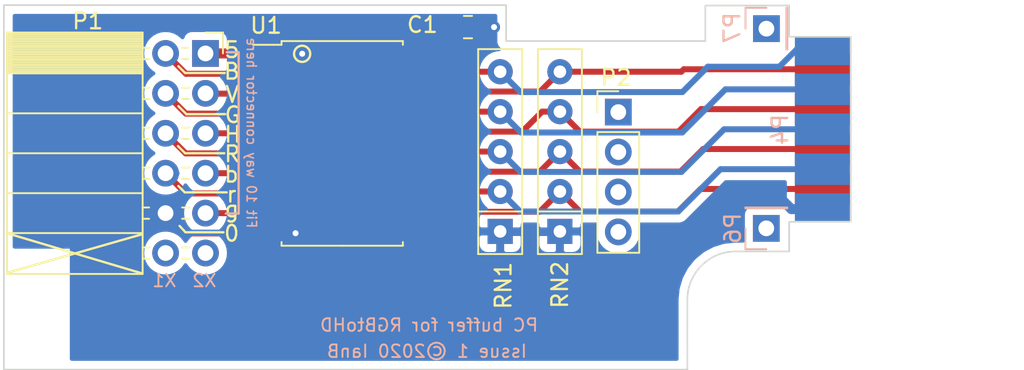
<source format=kicad_pcb>
(kicad_pcb (version 20171130) (host pcbnew "(5.1.4)-1")

  (general
    (thickness 1.6)
    (drawings 60)
    (tracks 137)
    (zones 0)
    (modules 10)
    (nets 27)
  )

  (page A4)
  (layers
    (0 F.Cu signal)
    (31 B.Cu signal)
    (34 B.Paste user hide)
    (35 F.Paste user hide)
    (36 B.SilkS user)
    (37 F.SilkS user)
    (38 B.Mask user hide)
    (39 F.Mask user hide)
    (40 Dwgs.User user hide)
    (41 Cmts.User user hide)
    (44 Edge.Cuts user)
    (45 Margin user hide)
    (46 B.CrtYd user hide)
    (47 F.CrtYd user hide)
    (48 B.Fab user hide)
    (49 F.Fab user hide)
  )

  (setup
    (last_trace_width 0.2032)
    (user_trace_width 0.2032)
    (user_trace_width 0.381)
    (user_trace_width 0.635)
    (user_trace_width 0.762)
    (user_trace_width 0.889)
    (user_trace_width 1.016)
    (user_trace_width 1.143)
    (user_trace_width 1.27)
    (trace_clearance 0.2032)
    (zone_clearance 0.508)
    (zone_45_only yes)
    (trace_min 0.2032)
    (via_size 0.6604)
    (via_drill 0.3048)
    (via_min_size 0.6604)
    (via_min_drill 0.3048)
    (uvia_size 0.6096)
    (uvia_drill 0.3048)
    (uvias_allowed no)
    (uvia_min_size 0)
    (uvia_min_drill 0)
    (edge_width 0.1)
    (segment_width 0.2)
    (pcb_text_width 0.2)
    (pcb_text_size 1.25 1.25)
    (mod_edge_width 0.15)
    (mod_text_size 1 1)
    (mod_text_width 0.15)
    (pad_size 3.5 1.75)
    (pad_drill 0)
    (pad_to_mask_clearance 0.15)
    (solder_mask_min_width 0.26)
    (aux_axis_origin 12.502 54.50096)
    (grid_origin 45.002 28.00096)
    (visible_elements 7FFFFFFF)
    (pcbplotparams
      (layerselection 0x010f0_ffffffff)
      (usegerberextensions true)
      (usegerberattributes false)
      (usegerberadvancedattributes false)
      (creategerberjobfile false)
      (excludeedgelayer true)
      (linewidth 0.100000)
      (plotframeref false)
      (viasonmask false)
      (mode 1)
      (useauxorigin false)
      (hpglpennumber 1)
      (hpglpenspeed 20)
      (hpglpendiameter 15.000000)
      (psnegative false)
      (psa4output false)
      (plotreference true)
      (plotvalue false)
      (plotinvisibletext false)
      (padsonsilk false)
      (subtractmaskfromsilk false)
      (outputformat 1)
      (mirror false)
      (drillshape 0)
      (scaleselection 1)
      (outputdirectory "manufacturing/"))
  )

  (net 0 "")
  (net 1 /GND)
  (net 2 /SYNC)
  (net 3 /BLUE)
  (net 4 /GREEN)
  (net 5 /RED)
  (net 6 /BRED)
  (net 7 /BGREEN)
  (net 8 /BBLUE)
  (net 9 /VSYNC)
  (net 10 "Net-(P6-Pad1)")
  (net 11 /VCC)
  (net 12 "Net-(P7-Pad1)")
  (net 13 /X2)
  (net 14 /X1)
  (net 15 "Net-(P2-Pad4)")
  (net 16 "Net-(P2-Pad3)")
  (net 17 "Net-(P2-Pad2)")
  (net 18 "Net-(P2-Pad1)")
  (net 19 /I_BRED)
  (net 20 /I_RED)
  (net 21 /I_GREEN)
  (net 22 /I_BLUE)
  (net 23 /I_VSYNC)
  (net 24 /I_SYNC)
  (net 25 /I_BBLUE)
  (net 26 /I_BGREEN)

  (net_class Default "This is the default net class."
    (clearance 0.2032)
    (trace_width 0.2032)
    (via_dia 0.6604)
    (via_drill 0.3048)
    (uvia_dia 0.6096)
    (uvia_drill 0.3048)
    (diff_pair_width 0.2032)
    (diff_pair_gap 0.25)
    (add_net /BBLUE)
    (add_net /BGREEN)
    (add_net /BLUE)
    (add_net /BRED)
    (add_net /GND)
    (add_net /GREEN)
    (add_net /I_BBLUE)
    (add_net /I_BGREEN)
    (add_net /I_BLUE)
    (add_net /I_BRED)
    (add_net /I_GREEN)
    (add_net /I_RED)
    (add_net /I_SYNC)
    (add_net /I_VSYNC)
    (add_net /RED)
    (add_net /SYNC)
    (add_net /VCC)
    (add_net /VSYNC)
    (add_net /X1)
    (add_net /X2)
    (add_net "Net-(P2-Pad1)")
    (add_net "Net-(P2-Pad2)")
    (add_net "Net-(P2-Pad3)")
    (add_net "Net-(P2-Pad4)")
    (add_net "Net-(P6-Pad1)")
    (add_net "Net-(P7-Pad1)")
  )

  (net_class Power ""
    (clearance 0.2032)
    (trace_width 0.381)
    (via_dia 0.762)
    (via_drill 0.381)
    (uvia_dia 0.6096)
    (uvia_drill 0.3048)
    (diff_pair_width 0.2032)
    (diff_pair_gap 0.25)
  )

  (module Connector_Harwin:Harwin_M20-89005xx_1x05_P2.54mm_Horizontal_CUSTOM_ODD (layer B.Cu) (tedit 5E710593) (tstamp 5E6AB2E8)
    (at 85.127 39.20096)
    (descr "Harwin Male Horizontal Surface Mount Single Row 2.54mm (0.1 inch) Pitch PCB Connector, M20-89005xx, 5 Pins per row (https://cdn.harwin.com/pdfs/M20-890.pdf), generated with kicad-footprint-generator")
    (tags "connector Harwin M20-890 horizontal")
    (path /5E6A8473)
    (fp_text reference P4 (at -8.215 0.02 90) (layer B.SilkS)
      (effects (font (size 1 1) (thickness 0.15)) (justify mirror))
    )
    (fp_text value Conn_01x05_CUSTOM_ODD (at -0.48 -7.55) (layer B.Fab)
      (effects (font (size 1 1) (thickness 0.15)) (justify mirror))
    )
    (fp_line (start -7.28 -6.85) (end -7.28 6.85) (layer B.CrtYd) (width 0.05))
    (fp_line (start 7.28 -6.85) (end -7.28 -6.85) (layer B.CrtYd) (width 0.05))
    (fp_line (start 7.28 6.85) (end 7.28 -6.85) (layer B.CrtYd) (width 0.05))
    (fp_line (start -7.28 6.85) (end 7.28 6.85) (layer B.CrtYd) (width 0.05))
    (fp_line (start -6.425 -4.76) (end -6.425 -5.4) (layer B.Fab) (width 0.1))
    (fp_line (start -6.425 -2.22) (end -6.425 -2.86) (layer B.Fab) (width 0.1))
    (fp_line (start -6.425 0.32) (end -6.425 -0.32) (layer B.Fab) (width 0.1))
    (fp_line (start -6.425 2.86) (end -6.425 2.22) (layer B.Fab) (width 0.1))
    (fp_line (start -6.425 5.4) (end -6.425 4.76) (layer B.Fab) (width 0.1))
    (pad 9 connect rect (at -5.525 -4.955) (size 3.5 1.75) (layers B.Cu B.Mask)
      (net 22 /I_BLUE))
    (pad 7 connect rect (at -5.525 -2.54) (size 3.5 2) (layers B.Cu B.Mask)
      (net 21 /I_GREEN))
    (pad 5 connect rect (at -5.525 0) (size 3.5 2) (layers B.Cu B.Mask)
      (net 20 /I_RED))
    (pad 3 connect rect (at -5.525 2.54) (size 3.5 2) (layers B.Cu B.Mask)
      (net 19 /I_BRED))
    (pad 1 connect rect (at -5.525 4.955) (size 3.5 1.75) (layers B.Cu B.Mask)
      (net 1 /GND))
    (model ${KISYS3DMOD}/Connector_Harwin.3dshapes/Harwin_M20-89005xx_1x05_P2.54mm_Horizontal.wrl
      (at (xyz 0 0 0))
      (scale (xyz 1 1 1))
      (rotate (xyz 0 0 0))
    )
  )

  (module Resistor_THT:R_Array_SIP5 (layer F.Cu) (tedit 5A14249F) (tstamp 5E6AFCF6)
    (at 59.102 45.70096 90)
    (descr "5-pin Resistor SIP pack")
    (tags R)
    (path /5E6D7B29)
    (fp_text reference RN1 (at -3.45 0.2 90) (layer F.SilkS)
      (effects (font (size 1 1) (thickness 0.15)))
    )
    (fp_text value 470R (at 6.35 2.4 90) (layer F.Fab)
      (effects (font (size 1 1) (thickness 0.15)))
    )
    (fp_text user %R (at 5.08 0 90) (layer F.Fab)
      (effects (font (size 1 1) (thickness 0.15)))
    )
    (fp_line (start -1.29 -1.25) (end -1.29 1.25) (layer F.Fab) (width 0.1))
    (fp_line (start -1.29 1.25) (end 11.45 1.25) (layer F.Fab) (width 0.1))
    (fp_line (start 11.45 1.25) (end 11.45 -1.25) (layer F.Fab) (width 0.1))
    (fp_line (start 11.45 -1.25) (end -1.29 -1.25) (layer F.Fab) (width 0.1))
    (fp_line (start 1.27 -1.25) (end 1.27 1.25) (layer F.Fab) (width 0.1))
    (fp_line (start -1.44 -1.4) (end -1.44 1.4) (layer F.SilkS) (width 0.12))
    (fp_line (start -1.44 1.4) (end 11.6 1.4) (layer F.SilkS) (width 0.12))
    (fp_line (start 11.6 1.4) (end 11.6 -1.4) (layer F.SilkS) (width 0.12))
    (fp_line (start 11.6 -1.4) (end -1.44 -1.4) (layer F.SilkS) (width 0.12))
    (fp_line (start 1.27 -1.4) (end 1.27 1.4) (layer F.SilkS) (width 0.12))
    (fp_line (start -1.7 -1.65) (end -1.7 1.65) (layer F.CrtYd) (width 0.05))
    (fp_line (start -1.7 1.65) (end 11.9 1.65) (layer F.CrtYd) (width 0.05))
    (fp_line (start 11.9 1.65) (end 11.9 -1.65) (layer F.CrtYd) (width 0.05))
    (fp_line (start 11.9 -1.65) (end -1.7 -1.65) (layer F.CrtYd) (width 0.05))
    (pad 1 thru_hole rect (at 0 0 90) (size 1.6 1.6) (drill 0.8) (layers *.Cu *.Mask)
      (net 1 /GND))
    (pad 2 thru_hole oval (at 2.54 0 90) (size 1.6 1.6) (drill 0.8) (layers *.Cu *.Mask)
      (net 19 /I_BRED))
    (pad 3 thru_hole oval (at 5.08 0 90) (size 1.6 1.6) (drill 0.8) (layers *.Cu *.Mask)
      (net 20 /I_RED))
    (pad 4 thru_hole oval (at 7.62 0 90) (size 1.6 1.6) (drill 0.8) (layers *.Cu *.Mask)
      (net 21 /I_GREEN))
    (pad 5 thru_hole oval (at 10.16 0 90) (size 1.6 1.6) (drill 0.8) (layers *.Cu *.Mask)
      (net 22 /I_BLUE))
    (model ${KISYS3DMOD}/Resistor_THT.3dshapes/R_Array_SIP5.wrl
      (at (xyz 0 0 0))
      (scale (xyz 1 1 1))
      (rotate (xyz 0 0 0))
    )
  )

  (module Connector_PinHeader_2.54mm:PinHeader_1x04_P2.54mm_Vertical locked (layer F.Cu) (tedit 59FED5CC) (tstamp 5DCC4DD0)
    (at 66.6174 38.11016)
    (descr "Through hole straight pin header, 1x04, 2.54mm pitch, single row")
    (tags "Through hole pin header THT 1x04 2.54mm single row")
    (path /5DCFA861)
    (fp_text reference P2 (at -0.14478 -2.1971) (layer F.SilkS)
      (effects (font (size 1 1) (thickness 0.15)))
    )
    (fp_text value Conn_01x04 (at 0 9.95) (layer F.Fab)
      (effects (font (size 1 1) (thickness 0.15)))
    )
    (fp_text user %R (at 0 3.81 90) (layer F.Fab)
      (effects (font (size 1 1) (thickness 0.15)))
    )
    (fp_line (start 1.8 -1.8) (end -1.8 -1.8) (layer F.CrtYd) (width 0.05))
    (fp_line (start 1.8 9.4) (end 1.8 -1.8) (layer F.CrtYd) (width 0.05))
    (fp_line (start -1.8 9.4) (end 1.8 9.4) (layer F.CrtYd) (width 0.05))
    (fp_line (start -1.8 -1.8) (end -1.8 9.4) (layer F.CrtYd) (width 0.05))
    (fp_line (start -1.33 -1.33) (end 0 -1.33) (layer F.SilkS) (width 0.12))
    (fp_line (start -1.33 0) (end -1.33 -1.33) (layer F.SilkS) (width 0.12))
    (fp_line (start -1.33 1.27) (end 1.33 1.27) (layer F.SilkS) (width 0.12))
    (fp_line (start 1.33 1.27) (end 1.33 8.95) (layer F.SilkS) (width 0.12))
    (fp_line (start -1.33 1.27) (end -1.33 8.95) (layer F.SilkS) (width 0.12))
    (fp_line (start -1.33 8.95) (end 1.33 8.95) (layer F.SilkS) (width 0.12))
    (fp_line (start -1.27 -0.635) (end -0.635 -1.27) (layer F.Fab) (width 0.1))
    (fp_line (start -1.27 8.89) (end -1.27 -0.635) (layer F.Fab) (width 0.1))
    (fp_line (start 1.27 8.89) (end -1.27 8.89) (layer F.Fab) (width 0.1))
    (fp_line (start 1.27 -1.27) (end 1.27 8.89) (layer F.Fab) (width 0.1))
    (fp_line (start -0.635 -1.27) (end 1.27 -1.27) (layer F.Fab) (width 0.1))
    (pad 4 thru_hole oval (at 0 7.62) (size 1.7 1.7) (drill 1) (layers *.Cu *.Mask)
      (net 15 "Net-(P2-Pad4)"))
    (pad 3 thru_hole oval (at 0 5.08) (size 1.7 1.7) (drill 1) (layers *.Cu *.Mask)
      (net 16 "Net-(P2-Pad3)"))
    (pad 2 thru_hole oval (at 0 2.54) (size 1.7 1.7) (drill 1) (layers *.Cu *.Mask)
      (net 17 "Net-(P2-Pad2)"))
    (pad 1 thru_hole rect (at 0 0) (size 1.7 1.7) (drill 1) (layers *.Cu *.Mask)
      (net 18 "Net-(P2-Pad1)"))
    (model ${KISYS3DMOD}/Connector_PinHeader_2.54mm.3dshapes/PinHeader_1x04_P2.54mm_Vertical.wrl
      (at (xyz 0 0 0))
      (scale (xyz 1 1 1))
      (rotate (xyz 0 0 0))
    )
  )

  (module Connector_PinHeader_2.54mm:PinHeader_1x01_P2.54mm_Vertical (layer B.Cu) (tedit 59FED5CC) (tstamp 5DCB85A9)
    (at 76.03318 45.5041)
    (descr "Through hole straight pin header, 1x01, 2.54mm pitch, single row")
    (tags "Through hole pin header THT 1x01 2.54mm single row")
    (path /5DD07D72)
    (fp_text reference P6 (at -2.1336 0 90) (layer B.SilkS)
      (effects (font (size 1 1) (thickness 0.15)) (justify mirror))
    )
    (fp_text value Conn_01x01 (at 0 -2.33) (layer B.Fab)
      (effects (font (size 1 1) (thickness 0.15)) (justify mirror))
    )
    (fp_line (start -0.635 1.27) (end 1.27 1.27) (layer B.Fab) (width 0.1))
    (fp_line (start 1.27 1.27) (end 1.27 -1.27) (layer B.Fab) (width 0.1))
    (fp_line (start 1.27 -1.27) (end -1.27 -1.27) (layer B.Fab) (width 0.1))
    (fp_line (start -1.27 -1.27) (end -1.27 0.635) (layer B.Fab) (width 0.1))
    (fp_line (start -1.27 0.635) (end -0.635 1.27) (layer B.Fab) (width 0.1))
    (fp_line (start -1.33 -1.33) (end 1.33 -1.33) (layer B.SilkS) (width 0.12))
    (fp_line (start -1.33 -1.27) (end -1.33 -1.33) (layer B.SilkS) (width 0.12))
    (fp_line (start 1.33 -1.27) (end 1.33 -1.33) (layer B.SilkS) (width 0.12))
    (fp_line (start -1.33 -1.27) (end 1.33 -1.27) (layer B.SilkS) (width 0.12))
    (fp_line (start -1.33 0) (end -1.33 1.33) (layer B.SilkS) (width 0.12))
    (fp_line (start -1.33 1.33) (end 0 1.33) (layer B.SilkS) (width 0.12))
    (fp_line (start -1.8 1.8) (end -1.8 -1.8) (layer B.CrtYd) (width 0.05))
    (fp_line (start -1.8 -1.8) (end 1.8 -1.8) (layer B.CrtYd) (width 0.05))
    (fp_line (start 1.8 -1.8) (end 1.8 1.8) (layer B.CrtYd) (width 0.05))
    (fp_line (start 1.8 1.8) (end -1.8 1.8) (layer B.CrtYd) (width 0.05))
    (fp_text user %R (at 0 0 270) (layer B.Fab)
      (effects (font (size 1 1) (thickness 0.15)) (justify mirror))
    )
    (pad 1 thru_hole rect (at 0 0) (size 1.7 1.7) (drill 1) (layers *.Cu *.Mask)
      (net 10 "Net-(P6-Pad1)"))
    (model ${KISYS3DMOD}/Connector_PinHeader_2.54mm.3dshapes/PinHeader_1x01_P2.54mm_Vertical.wrl
      (at (xyz 0 0 0))
      (scale (xyz 1 1 1))
      (rotate (xyz 0 0 0))
    )
  )

  (module Connector_PinSocket_2.54mm:PinSocket_2x06_P2.54mm_Horizontal locked (layer F.Cu) (tedit 5A19A42C) (tstamp 5E4F1D96)
    (at 40.3538 34.37636)
    (descr "Through hole angled socket strip, 2x06, 2.54mm pitch, 8.51mm socket length, double cols (from Kicad 4.0.7), script generated")
    (tags "Through hole angled socket strip THT 2x06 2.54mm double row")
    (path /5E50C60D)
    (zone_connect 2)
    (fp_text reference P1 (at -7.493 -2.0574) (layer F.SilkS)
      (effects (font (size 1 1) (thickness 0.15)))
    )
    (fp_text value Conn_02x06_Odd_Even (at -5.65 15.47) (layer F.Fab)
      (effects (font (size 1 1) (thickness 0.15)))
    )
    (fp_line (start -12.57 -1.27) (end -5.03 -1.27) (layer F.Fab) (width 0.1))
    (fp_line (start -5.03 -1.27) (end -4.06 -0.3) (layer F.Fab) (width 0.1))
    (fp_line (start -4.06 -0.3) (end -4.06 13.97) (layer F.Fab) (width 0.1))
    (fp_line (start -4.06 13.97) (end -12.57 13.97) (layer F.Fab) (width 0.1))
    (fp_line (start -12.57 13.97) (end -12.57 -1.27) (layer F.Fab) (width 0.1))
    (fp_line (start 0 -0.3) (end -4.06 -0.3) (layer F.Fab) (width 0.1))
    (fp_line (start -4.06 0.3) (end 0 0.3) (layer F.Fab) (width 0.1))
    (fp_line (start 0 0.3) (end 0 -0.3) (layer F.Fab) (width 0.1))
    (fp_line (start 0 2.24) (end -4.06 2.24) (layer F.Fab) (width 0.1))
    (fp_line (start -4.06 2.84) (end 0 2.84) (layer F.Fab) (width 0.1))
    (fp_line (start 0 2.84) (end 0 2.24) (layer F.Fab) (width 0.1))
    (fp_line (start 0 4.78) (end -4.06 4.78) (layer F.Fab) (width 0.1))
    (fp_line (start -4.06 5.38) (end 0 5.38) (layer F.Fab) (width 0.1))
    (fp_line (start 0 5.38) (end 0 4.78) (layer F.Fab) (width 0.1))
    (fp_line (start 0 7.32) (end -4.06 7.32) (layer F.Fab) (width 0.1))
    (fp_line (start -4.06 7.92) (end 0 7.92) (layer F.Fab) (width 0.1))
    (fp_line (start 0 7.92) (end 0 7.32) (layer F.Fab) (width 0.1))
    (fp_line (start 0 9.86) (end -4.06 9.86) (layer F.Fab) (width 0.1))
    (fp_line (start -4.06 10.46) (end 0 10.46) (layer F.Fab) (width 0.1))
    (fp_line (start 0 10.46) (end 0 9.86) (layer F.Fab) (width 0.1))
    (fp_line (start 0 12.4) (end -4.06 12.4) (layer F.Fab) (width 0.1))
    (fp_line (start -4.06 13) (end 0 13) (layer F.Fab) (width 0.1))
    (fp_line (start 0 13) (end 0 12.4) (layer F.Fab) (width 0.1))
    (fp_line (start -12.63 -1.21) (end -4 -1.21) (layer F.SilkS) (width 0.12))
    (fp_line (start -12.63 -1.091905) (end -4 -1.091905) (layer F.SilkS) (width 0.12))
    (fp_line (start -12.63 -0.97381) (end -4 -0.97381) (layer F.SilkS) (width 0.12))
    (fp_line (start -12.63 -0.855715) (end -4 -0.855715) (layer F.SilkS) (width 0.12))
    (fp_line (start -12.63 -0.73762) (end -4 -0.73762) (layer F.SilkS) (width 0.12))
    (fp_line (start -12.63 -0.619525) (end -4 -0.619525) (layer F.SilkS) (width 0.12))
    (fp_line (start -12.63 -0.50143) (end -4 -0.50143) (layer F.SilkS) (width 0.12))
    (fp_line (start -12.63 -0.383335) (end -4 -0.383335) (layer F.SilkS) (width 0.12))
    (fp_line (start -12.63 -0.26524) (end -4 -0.26524) (layer F.SilkS) (width 0.12))
    (fp_line (start -12.63 -0.147145) (end -4 -0.147145) (layer F.SilkS) (width 0.12))
    (fp_line (start -12.63 -0.02905) (end -4 -0.02905) (layer F.SilkS) (width 0.12))
    (fp_line (start -12.63 0.089045) (end -4 0.089045) (layer F.SilkS) (width 0.12))
    (fp_line (start -12.63 0.20714) (end -4 0.20714) (layer F.SilkS) (width 0.12))
    (fp_line (start -12.63 0.325235) (end -4 0.325235) (layer F.SilkS) (width 0.12))
    (fp_line (start -12.63 0.44333) (end -4 0.44333) (layer F.SilkS) (width 0.12))
    (fp_line (start -12.63 0.561425) (end -4 0.561425) (layer F.SilkS) (width 0.12))
    (fp_line (start -12.63 0.67952) (end -4 0.67952) (layer F.SilkS) (width 0.12))
    (fp_line (start -12.63 0.797615) (end -4 0.797615) (layer F.SilkS) (width 0.12))
    (fp_line (start -12.63 0.91571) (end -4 0.91571) (layer F.SilkS) (width 0.12))
    (fp_line (start -12.63 1.033805) (end -4 1.033805) (layer F.SilkS) (width 0.12))
    (fp_line (start -12.63 1.1519) (end -4 1.1519) (layer F.SilkS) (width 0.12))
    (fp_line (start -4 -0.36) (end -3.59 -0.36) (layer F.SilkS) (width 0.12))
    (fp_line (start -1.49 -0.36) (end -1.11 -0.36) (layer F.SilkS) (width 0.12))
    (fp_line (start -4 0.36) (end -3.59 0.36) (layer F.SilkS) (width 0.12))
    (fp_line (start -1.49 0.36) (end -1.11 0.36) (layer F.SilkS) (width 0.12))
    (fp_line (start -4 2.18) (end -3.59 2.18) (layer F.SilkS) (width 0.12))
    (fp_line (start -1.49 2.18) (end -1.05 2.18) (layer F.SilkS) (width 0.12))
    (fp_line (start -4 2.9) (end -3.59 2.9) (layer F.SilkS) (width 0.12))
    (fp_line (start -1.49 2.9) (end -1.05 2.9) (layer F.SilkS) (width 0.12))
    (fp_line (start -4 4.72) (end -3.59 4.72) (layer F.SilkS) (width 0.12))
    (fp_line (start -1.49 4.72) (end -1.05 4.72) (layer F.SilkS) (width 0.12))
    (fp_line (start -4 5.44) (end -3.59 5.44) (layer F.SilkS) (width 0.12))
    (fp_line (start -1.49 5.44) (end -1.05 5.44) (layer F.SilkS) (width 0.12))
    (fp_line (start -4 7.26) (end -3.59 7.26) (layer F.SilkS) (width 0.12))
    (fp_line (start -1.49 7.26) (end -1.05 7.26) (layer F.SilkS) (width 0.12))
    (fp_line (start -4 7.98) (end -3.59 7.98) (layer F.SilkS) (width 0.12))
    (fp_line (start -1.49 7.98) (end -1.05 7.98) (layer F.SilkS) (width 0.12))
    (fp_line (start -4 9.8) (end -3.59 9.8) (layer F.SilkS) (width 0.12))
    (fp_line (start -1.49 9.8) (end -1.05 9.8) (layer F.SilkS) (width 0.12))
    (fp_line (start -4 10.52) (end -3.59 10.52) (layer F.SilkS) (width 0.12))
    (fp_line (start -1.49 10.52) (end -1.05 10.52) (layer F.SilkS) (width 0.12))
    (fp_line (start -4 12.34) (end -3.59 12.34) (layer F.SilkS) (width 0.12))
    (fp_line (start -1.49 12.34) (end -1.05 12.34) (layer F.SilkS) (width 0.12))
    (fp_line (start -4 13.06) (end -3.59 13.06) (layer F.SilkS) (width 0.12))
    (fp_line (start -1.49 13.06) (end -1.05 13.06) (layer F.SilkS) (width 0.12))
    (fp_line (start -12.63 1.27) (end -4 1.27) (layer F.SilkS) (width 0.12))
    (fp_line (start -12.63 3.81) (end -4 3.81) (layer F.SilkS) (width 0.12))
    (fp_line (start -12.63 6.35) (end -4 6.35) (layer F.SilkS) (width 0.12))
    (fp_line (start -12.63 8.89) (end -4 8.89) (layer F.SilkS) (width 0.12))
    (fp_line (start -12.63 11.43) (end -4 11.43) (layer F.SilkS) (width 0.12))
    (fp_line (start -12.63 -1.33) (end -4 -1.33) (layer F.SilkS) (width 0.12))
    (fp_line (start -4 -1.33) (end -4 14.03) (layer F.SilkS) (width 0.12))
    (fp_line (start -12.63 14.03) (end -4 14.03) (layer F.SilkS) (width 0.12))
    (fp_line (start -12.63 -1.33) (end -12.63 14.03) (layer F.SilkS) (width 0.12))
    (fp_line (start 1.11 -1.33) (end 1.11 0) (layer F.SilkS) (width 0.12))
    (fp_line (start 0 -1.33) (end 1.11 -1.33) (layer F.SilkS) (width 0.12))
    (fp_line (start 1.8 -1.8) (end -13.05 -1.8) (layer F.CrtYd) (width 0.05))
    (fp_line (start -13.05 -1.8) (end -13.05 14.45) (layer F.CrtYd) (width 0.05))
    (fp_line (start -13.05 14.45) (end 1.8 14.45) (layer F.CrtYd) (width 0.05))
    (fp_line (start 1.8 14.45) (end 1.8 -1.8) (layer F.CrtYd) (width 0.05))
    (fp_text user %R (at -8.315 6.35 90) (layer F.Fab)
      (effects (font (size 1 1) (thickness 0.15)))
    )
    (pad 1 thru_hole rect (at 0 0) (size 1.7 1.7) (drill 1) (layers *.Cu *.Mask)
      (net 11 /VCC) (zone_connect 2))
    (pad 2 thru_hole oval (at -2.54 0) (size 1.7 1.7) (drill 1) (layers *.Cu *.Mask)
      (net 3 /BLUE) (zone_connect 2))
    (pad 3 thru_hole oval (at 0 2.54) (size 1.7 1.7) (drill 1) (layers *.Cu *.Mask)
      (net 9 /VSYNC) (zone_connect 2))
    (pad 4 thru_hole oval (at -2.54 2.54) (size 1.7 1.7) (drill 1) (layers *.Cu *.Mask)
      (net 4 /GREEN) (zone_connect 2))
    (pad 5 thru_hole oval (at 0 5.08) (size 1.7 1.7) (drill 1) (layers *.Cu *.Mask)
      (net 2 /SYNC) (zone_connect 2))
    (pad 6 thru_hole oval (at -2.54 5.08) (size 1.7 1.7) (drill 1) (layers *.Cu *.Mask)
      (net 5 /RED) (zone_connect 2))
    (pad 7 thru_hole oval (at 0 7.62) (size 1.7 1.7) (drill 1) (layers *.Cu *.Mask)
      (net 8 /BBLUE) (zone_connect 2))
    (pad 8 thru_hole oval (at -2.54 7.62) (size 1.7 1.7) (drill 1) (layers *.Cu *.Mask)
      (net 6 /BRED) (zone_connect 2))
    (pad 9 thru_hole oval (at 0 10.16) (size 1.7 1.7) (drill 1) (layers *.Cu *.Mask)
      (net 7 /BGREEN) (zone_connect 2))
    (pad 10 thru_hole oval (at -2.54 10.16) (size 1.7 1.7) (drill 1) (layers *.Cu *.Mask)
      (net 1 /GND) (zone_connect 2))
    (pad 11 thru_hole oval (at 0 12.7) (size 1.7 1.7) (drill 1) (layers *.Cu *.Mask)
      (net 13 /X2) (zone_connect 2))
    (pad 12 thru_hole oval (at -2.54 12.7) (size 1.7 1.7) (drill 1) (layers *.Cu *.Mask)
      (net 14 /X1) (zone_connect 2))
    (model ${KISYS3DMOD}/Connector_PinSocket_2.54mm.3dshapes/PinSocket_2x06_P2.54mm_Horizontal.wrl
      (at (xyz 0 0 0))
      (scale (xyz 1 1 1))
      (rotate (xyz 0 0 0))
    )
  )

  (module Connector_PinHeader_2.54mm:PinHeader_1x01_P2.54mm_Vertical (layer B.Cu) (tedit 59FED5CC) (tstamp 5E575828)
    (at 76.0408 32.80156 270)
    (descr "Through hole straight pin header, 1x01, 2.54mm pitch, single row")
    (tags "Through hole pin header THT 1x01 2.54mm single row")
    (path /5E6322BC)
    (fp_text reference P7 (at -0.0508 2.1844 270) (layer B.SilkS)
      (effects (font (size 1 1) (thickness 0.15)) (justify mirror))
    )
    (fp_text value Conn_01x01 (at 0 -2.33 90) (layer B.Fab)
      (effects (font (size 1 1) (thickness 0.15)) (justify mirror))
    )
    (fp_line (start -0.635 1.27) (end 1.27 1.27) (layer B.Fab) (width 0.1))
    (fp_line (start 1.27 1.27) (end 1.27 -1.27) (layer B.Fab) (width 0.1))
    (fp_line (start 1.27 -1.27) (end -1.27 -1.27) (layer B.Fab) (width 0.1))
    (fp_line (start -1.27 -1.27) (end -1.27 0.635) (layer B.Fab) (width 0.1))
    (fp_line (start -1.27 0.635) (end -0.635 1.27) (layer B.Fab) (width 0.1))
    (fp_line (start -1.33 -1.33) (end 1.33 -1.33) (layer B.SilkS) (width 0.12))
    (fp_line (start -1.33 -1.27) (end -1.33 -1.33) (layer B.SilkS) (width 0.12))
    (fp_line (start 1.33 -1.27) (end 1.33 -1.33) (layer B.SilkS) (width 0.12))
    (fp_line (start -1.33 -1.27) (end 1.33 -1.27) (layer B.SilkS) (width 0.12))
    (fp_line (start -1.33 0) (end -1.33 1.33) (layer B.SilkS) (width 0.12))
    (fp_line (start -1.33 1.33) (end 0 1.33) (layer B.SilkS) (width 0.12))
    (fp_line (start -1.8 1.8) (end -1.8 -1.8) (layer B.CrtYd) (width 0.05))
    (fp_line (start -1.8 -1.8) (end 1.8 -1.8) (layer B.CrtYd) (width 0.05))
    (fp_line (start 1.8 -1.8) (end 1.8 1.8) (layer B.CrtYd) (width 0.05))
    (fp_line (start 1.8 1.8) (end -1.8 1.8) (layer B.CrtYd) (width 0.05))
    (fp_text user %R (at 0 0 180) (layer B.Fab)
      (effects (font (size 1 1) (thickness 0.15)) (justify mirror))
    )
    (pad 1 thru_hole rect (at 0 0 270) (size 1.7 1.7) (drill 1) (layers *.Cu *.Mask)
      (net 12 "Net-(P7-Pad1)"))
    (model ${KISYS3DMOD}/Connector_PinHeader_2.54mm.3dshapes/PinHeader_1x01_P2.54mm_Vertical.wrl
      (at (xyz 0 0 0))
      (scale (xyz 1 1 1))
      (rotate (xyz 0 0 0))
    )
  )

  (module Package_SO:SOIC-20W_7.5x12.8mm_P1.27mm (layer F.Cu) (tedit 5C97300E) (tstamp 5E6AF2DD)
    (at 49.052 40.10096)
    (descr "SOIC, 20 Pin (JEDEC MS-013AC, https://www.analog.com/media/en/package-pcb-resources/package/233848rw_20.pdf), generated with kicad-footprint-generator ipc_gullwing_generator.py")
    (tags "SOIC SO")
    (path /5E6CBF98)
    (attr smd)
    (fp_text reference U1 (at -4.85 -7.5) (layer F.SilkS)
      (effects (font (size 1 1) (thickness 0.15)))
    )
    (fp_text value 74LS245 (at 0 7.35) (layer F.Fab)
      (effects (font (size 1 1) (thickness 0.15)))
    )
    (fp_line (start 0 6.51) (end 3.86 6.51) (layer F.SilkS) (width 0.12))
    (fp_line (start 3.86 6.51) (end 3.86 6.275) (layer F.SilkS) (width 0.12))
    (fp_line (start 0 6.51) (end -3.86 6.51) (layer F.SilkS) (width 0.12))
    (fp_line (start -3.86 6.51) (end -3.86 6.275) (layer F.SilkS) (width 0.12))
    (fp_line (start 0 -6.51) (end 3.86 -6.51) (layer F.SilkS) (width 0.12))
    (fp_line (start 3.86 -6.51) (end 3.86 -6.275) (layer F.SilkS) (width 0.12))
    (fp_line (start 0 -6.51) (end -3.86 -6.51) (layer F.SilkS) (width 0.12))
    (fp_line (start -3.86 -6.51) (end -3.86 -6.275) (layer F.SilkS) (width 0.12))
    (fp_line (start -3.86 -6.275) (end -5.675 -6.275) (layer F.SilkS) (width 0.12))
    (fp_line (start -2.75 -6.4) (end 3.75 -6.4) (layer F.Fab) (width 0.1))
    (fp_line (start 3.75 -6.4) (end 3.75 6.4) (layer F.Fab) (width 0.1))
    (fp_line (start 3.75 6.4) (end -3.75 6.4) (layer F.Fab) (width 0.1))
    (fp_line (start -3.75 6.4) (end -3.75 -5.4) (layer F.Fab) (width 0.1))
    (fp_line (start -3.75 -5.4) (end -2.75 -6.4) (layer F.Fab) (width 0.1))
    (fp_line (start -5.93 -6.65) (end -5.93 6.65) (layer F.CrtYd) (width 0.05))
    (fp_line (start -5.93 6.65) (end 5.93 6.65) (layer F.CrtYd) (width 0.05))
    (fp_line (start 5.93 6.65) (end 5.93 -6.65) (layer F.CrtYd) (width 0.05))
    (fp_line (start 5.93 -6.65) (end -5.93 -6.65) (layer F.CrtYd) (width 0.05))
    (fp_text user %R (at 0 0) (layer F.Fab)
      (effects (font (size 1 1) (thickness 0.15)))
    )
    (pad 1 smd roundrect (at -4.65 -5.715) (size 2.05 0.6) (layers F.Cu F.Paste F.Mask) (roundrect_rratio 0.25)
      (net 1 /GND))
    (pad 2 smd roundrect (at -4.65 -4.445) (size 2.05 0.6) (layers F.Cu F.Paste F.Mask) (roundrect_rratio 0.25)
      (net 3 /BLUE))
    (pad 3 smd roundrect (at -4.65 -3.175) (size 2.05 0.6) (layers F.Cu F.Paste F.Mask) (roundrect_rratio 0.25)
      (net 9 /VSYNC))
    (pad 4 smd roundrect (at -4.65 -1.905) (size 2.05 0.6) (layers F.Cu F.Paste F.Mask) (roundrect_rratio 0.25)
      (net 4 /GREEN))
    (pad 5 smd roundrect (at -4.65 -0.635) (size 2.05 0.6) (layers F.Cu F.Paste F.Mask) (roundrect_rratio 0.25)
      (net 2 /SYNC))
    (pad 6 smd roundrect (at -4.65 0.635) (size 2.05 0.6) (layers F.Cu F.Paste F.Mask) (roundrect_rratio 0.25)
      (net 5 /RED))
    (pad 7 smd roundrect (at -4.65 1.905) (size 2.05 0.6) (layers F.Cu F.Paste F.Mask) (roundrect_rratio 0.25)
      (net 8 /BBLUE))
    (pad 8 smd roundrect (at -4.65 3.175) (size 2.05 0.6) (layers F.Cu F.Paste F.Mask) (roundrect_rratio 0.25)
      (net 6 /BRED))
    (pad 9 smd roundrect (at -4.65 4.445) (size 2.05 0.6) (layers F.Cu F.Paste F.Mask) (roundrect_rratio 0.25)
      (net 7 /BGREEN))
    (pad 10 smd roundrect (at -4.65 5.715) (size 2.05 0.6) (layers F.Cu F.Paste F.Mask) (roundrect_rratio 0.25)
      (net 1 /GND))
    (pad 11 smd roundrect (at 4.65 5.715) (size 2.05 0.6) (layers F.Cu F.Paste F.Mask) (roundrect_rratio 0.25)
      (net 26 /I_BGREEN))
    (pad 12 smd roundrect (at 4.65 4.445) (size 2.05 0.6) (layers F.Cu F.Paste F.Mask) (roundrect_rratio 0.25)
      (net 19 /I_BRED))
    (pad 13 smd roundrect (at 4.65 3.175) (size 2.05 0.6) (layers F.Cu F.Paste F.Mask) (roundrect_rratio 0.25)
      (net 25 /I_BBLUE))
    (pad 14 smd roundrect (at 4.65 1.905) (size 2.05 0.6) (layers F.Cu F.Paste F.Mask) (roundrect_rratio 0.25)
      (net 20 /I_RED))
    (pad 15 smd roundrect (at 4.65 0.635) (size 2.05 0.6) (layers F.Cu F.Paste F.Mask) (roundrect_rratio 0.25)
      (net 24 /I_SYNC))
    (pad 16 smd roundrect (at 4.65 -0.635) (size 2.05 0.6) (layers F.Cu F.Paste F.Mask) (roundrect_rratio 0.25)
      (net 21 /I_GREEN))
    (pad 17 smd roundrect (at 4.65 -1.905) (size 2.05 0.6) (layers F.Cu F.Paste F.Mask) (roundrect_rratio 0.25)
      (net 23 /I_VSYNC))
    (pad 18 smd roundrect (at 4.65 -3.175) (size 2.05 0.6) (layers F.Cu F.Paste F.Mask) (roundrect_rratio 0.25)
      (net 22 /I_BLUE))
    (pad 19 smd roundrect (at 4.65 -4.445) (size 2.05 0.6) (layers F.Cu F.Paste F.Mask) (roundrect_rratio 0.25)
      (net 1 /GND))
    (pad 20 smd roundrect (at 4.65 -5.715) (size 2.05 0.6) (layers F.Cu F.Paste F.Mask) (roundrect_rratio 0.25)
      (net 11 /VCC))
    (model ${KISYS3DMOD}/Package_SO.3dshapes/SOIC-20W_7.5x12.8mm_P1.27mm.wrl
      (at (xyz 0 0 0))
      (scale (xyz 1 1 1))
      (rotate (xyz 0 0 0))
    )
  )

  (module Resistor_THT:R_Array_SIP5 (layer F.Cu) (tedit 5A14249F) (tstamp 5E6AFD0E)
    (at 62.902 45.70096 90)
    (descr "5-pin Resistor SIP pack")
    (tags R)
    (path /5E6DADBC)
    (fp_text reference RN2 (at -3.4 0 90) (layer F.SilkS)
      (effects (font (size 1 1) (thickness 0.15)))
    )
    (fp_text value 470R (at 6.35 2.4 90) (layer F.Fab)
      (effects (font (size 1 1) (thickness 0.15)))
    )
    (fp_line (start 11.9 -1.65) (end -1.7 -1.65) (layer F.CrtYd) (width 0.05))
    (fp_line (start 11.9 1.65) (end 11.9 -1.65) (layer F.CrtYd) (width 0.05))
    (fp_line (start -1.7 1.65) (end 11.9 1.65) (layer F.CrtYd) (width 0.05))
    (fp_line (start -1.7 -1.65) (end -1.7 1.65) (layer F.CrtYd) (width 0.05))
    (fp_line (start 1.27 -1.4) (end 1.27 1.4) (layer F.SilkS) (width 0.12))
    (fp_line (start 11.6 -1.4) (end -1.44 -1.4) (layer F.SilkS) (width 0.12))
    (fp_line (start 11.6 1.4) (end 11.6 -1.4) (layer F.SilkS) (width 0.12))
    (fp_line (start -1.44 1.4) (end 11.6 1.4) (layer F.SilkS) (width 0.12))
    (fp_line (start -1.44 -1.4) (end -1.44 1.4) (layer F.SilkS) (width 0.12))
    (fp_line (start 1.27 -1.25) (end 1.27 1.25) (layer F.Fab) (width 0.1))
    (fp_line (start 11.45 -1.25) (end -1.29 -1.25) (layer F.Fab) (width 0.1))
    (fp_line (start 11.45 1.25) (end 11.45 -1.25) (layer F.Fab) (width 0.1))
    (fp_line (start -1.29 1.25) (end 11.45 1.25) (layer F.Fab) (width 0.1))
    (fp_line (start -1.29 -1.25) (end -1.29 1.25) (layer F.Fab) (width 0.1))
    (fp_text user %R (at 5.08 0 90) (layer F.Fab)
      (effects (font (size 1 1) (thickness 0.15)))
    )
    (pad 5 thru_hole oval (at 10.16 0 90) (size 1.6 1.6) (drill 0.8) (layers *.Cu *.Mask)
      (net 23 /I_VSYNC))
    (pad 4 thru_hole oval (at 7.62 0 90) (size 1.6 1.6) (drill 0.8) (layers *.Cu *.Mask)
      (net 24 /I_SYNC))
    (pad 3 thru_hole oval (at 5.08 0 90) (size 1.6 1.6) (drill 0.8) (layers *.Cu *.Mask)
      (net 25 /I_BBLUE))
    (pad 2 thru_hole oval (at 2.54 0 90) (size 1.6 1.6) (drill 0.8) (layers *.Cu *.Mask)
      (net 26 /I_BGREEN))
    (pad 1 thru_hole rect (at 0 0 90) (size 1.6 1.6) (drill 0.8) (layers *.Cu *.Mask)
      (net 1 /GND))
    (model ${KISYS3DMOD}/Resistor_THT.3dshapes/R_Array_SIP5.wrl
      (at (xyz 0 0 0))
      (scale (xyz 1 1 1))
      (rotate (xyz 0 0 0))
    )
  )

  (module Capacitor_SMD:C_0805_2012Metric_Pad1.15x1.40mm_HandSolder (layer F.Cu) (tedit 5B36C52B) (tstamp 5E6B89E7)
    (at 57.052 32.70096 180)
    (descr "Capacitor SMD 0805 (2012 Metric), square (rectangular) end terminal, IPC_7351 nominal with elongated pad for handsoldering. (Body size source: https://docs.google.com/spreadsheets/d/1BsfQQcO9C6DZCsRaXUlFlo91Tg2WpOkGARC1WS5S8t0/edit?usp=sharing), generated with kicad-footprint-generator")
    (tags "capacitor handsolder")
    (path /5E6D4BDE)
    (attr smd)
    (fp_text reference C1 (at 2.9 0.15) (layer F.SilkS)
      (effects (font (size 1 1) (thickness 0.15)))
    )
    (fp_text value 100n (at 0 1.65) (layer F.Fab)
      (effects (font (size 1 1) (thickness 0.15)))
    )
    (fp_line (start -1 0.6) (end -1 -0.6) (layer F.Fab) (width 0.1))
    (fp_line (start -1 -0.6) (end 1 -0.6) (layer F.Fab) (width 0.1))
    (fp_line (start 1 -0.6) (end 1 0.6) (layer F.Fab) (width 0.1))
    (fp_line (start 1 0.6) (end -1 0.6) (layer F.Fab) (width 0.1))
    (fp_line (start -0.261252 -0.71) (end 0.261252 -0.71) (layer F.SilkS) (width 0.12))
    (fp_line (start -0.261252 0.71) (end 0.261252 0.71) (layer F.SilkS) (width 0.12))
    (fp_line (start -1.85 0.95) (end -1.85 -0.95) (layer F.CrtYd) (width 0.05))
    (fp_line (start -1.85 -0.95) (end 1.85 -0.95) (layer F.CrtYd) (width 0.05))
    (fp_line (start 1.85 -0.95) (end 1.85 0.95) (layer F.CrtYd) (width 0.05))
    (fp_line (start 1.85 0.95) (end -1.85 0.95) (layer F.CrtYd) (width 0.05))
    (fp_text user %R (at 0 0) (layer F.Fab)
      (effects (font (size 0.5 0.5) (thickness 0.08)))
    )
    (pad 1 smd roundrect (at -1.025 0 180) (size 1.15 1.4) (layers F.Cu F.Paste F.Mask) (roundrect_rratio 0.217391)
      (net 1 /GND))
    (pad 2 smd roundrect (at 1.025 0 180) (size 1.15 1.4) (layers F.Cu F.Paste F.Mask) (roundrect_rratio 0.217391)
      (net 11 /VCC))
    (model ${KISYS3DMOD}/Capacitor_SMD.3dshapes/C_0805_2012Metric.wrl
      (at (xyz 0 0 0))
      (scale (xyz 1 1 1))
      (rotate (xyz 0 0 0))
    )
  )

  (module Connector_Harwin:Harwin_M20-89004xx_1x04_P2.54mm_Horizontal_CUSTOM_EVEN (layer F.Cu) (tedit 5E6BFD86) (tstamp 5E6BF1CC)
    (at 85.12688 39.18966)
    (descr "Harwin Male Horizontal Surface Mount Single Row 2.54mm (0.1 inch) Pitch PCB Connector, M20-89004xx, 4 Pins per row (https://cdn.harwin.com/pdfs/M20-890.pdf), generated with kicad-footprint-generator")
    (tags "connector Harwin M20-890 horizontal")
    (path /5E6A62E5)
    (attr smd)
    (fp_text reference P5 (at -9.15974 -4.49834) (layer F.SilkS) hide
      (effects (font (size 1 1) (thickness 0.15)))
    )
    (fp_text value Conn_01x04_CUSTOM_EVEN (at -0.48 6.28) (layer F.Fab)
      (effects (font (size 1 1) (thickness 0.15)))
    )
    (fp_line (start -6.425 -4.13) (end -6.425 -3.49) (layer F.Fab) (width 0.1))
    (fp_line (start -6.425 -1.59) (end -6.425 -0.95) (layer F.Fab) (width 0.1))
    (fp_line (start -6.425 0.95) (end -6.425 1.59) (layer F.Fab) (width 0.1))
    (fp_line (start -6.425 3.49) (end -6.425 4.13) (layer F.Fab) (width 0.1))
    (fp_line (start -7.28 -5.58) (end 7.28 -5.58) (layer F.CrtYd) (width 0.05))
    (fp_line (start 7.28 -5.58) (end 7.28 5.58) (layer F.CrtYd) (width 0.05))
    (fp_line (start 7.28 5.58) (end -7.28 5.58) (layer F.CrtYd) (width 0.05))
    (fp_line (start -7.28 5.58) (end -7.28 -5.58) (layer F.CrtYd) (width 0.05))
    (pad 8 connect rect (at -5.525 -3.81) (size 3.5 2) (layers F.Cu F.Mask)
      (net 23 /I_VSYNC))
    (pad 6 connect rect (at -5.525 -1.27) (size 3.5 2) (layers F.Cu F.Mask)
      (net 24 /I_SYNC))
    (pad 4 connect rect (at -5.525 1.27) (size 3.5 2) (layers F.Cu F.Mask)
      (net 25 /I_BBLUE))
    (pad 2 connect rect (at -5.525 3.81) (size 3.5 2) (layers F.Cu F.Mask)
      (net 26 /I_BGREEN))
    (model ${KISYS3DMOD}/Connector_Harwin.3dshapes/Harwin_M20-89004xx_1x04_P2.54mm_Horizontal.wrl
      (at (xyz 0 0 0))
      (scale (xyz 1 1 1))
      (rotate (xyz 0 0 0))
    )
  )

  (gr_line (start 77.4886 45.08754) (end 77.4886 46.97476) (layer Edge.Cuts) (width 0.1) (tstamp 5E6BEDE2))
  (gr_line (start 81.40782 45.08754) (end 77.4886 45.08754) (layer Edge.Cuts) (width 0.1))
  (gr_line (start 81.40782 33.31464) (end 81.40782 45.08754) (layer Edge.Cuts) (width 0.1))
  (gr_line (start 77.49114 33.31464) (end 81.40782 33.31464) (layer Edge.Cuts) (width 0.1))
  (gr_line (start 77.49114 33.30448) (end 77.49114 33.31464) (layer Edge.Cuts) (width 0.1))
  (gr_line (start 77.4886 31.32836) (end 77.49114 33.30448) (layer Edge.Cuts) (width 0.1))
  (gr_circle (center 46.502 34.40096) (end 46.952 34.65096) (layer F.SilkS) (width 0.15))
  (gr_line (start 74.135799 46.97476) (end 77.4886 46.97476) (layer Edge.Cuts) (width 0.1) (tstamp 5E583A7A))
  (gr_line (start 71.011181 50.04816) (end 71.0116 54.49316) (layer Edge.Cuts) (width 0.1) (tstamp 5E583A77))
  (gr_text X2 (at 40.2776 48.82896) (layer B.SilkS)
    (effects (font (size 0.8 0.8) (thickness 0.12)) (justify mirror))
  )
  (gr_text X1 (at 37.7376 48.82896) (layer B.SilkS)
    (effects (font (size 0.8 0.8) (thickness 0.12)) (justify mirror))
  )
  (gr_line (start 72.1546 31.32836) (end 77.4886 31.32836) (layer Edge.Cuts) (width 0.1))
  (gr_line (start 27.5268 54.49316) (end 71.0116 54.49316) (layer Edge.Cuts) (width 0.1) (tstamp 5E575A9A))
  (gr_line (start 72.1546 33.58896) (end 72.1546 31.32836) (layer Edge.Cuts) (width 0.1))
  (gr_line (start 71.3672 33.58896) (end 72.1546 33.58896) (layer Edge.Cuts) (width 0.1))
  (gr_line (start 71.3672 33.58896) (end 59.48 33.58896) (layer Edge.Cuts) (width 0.1) (tstamp 5E575930))
  (gr_line (start 59.48 33.58896) (end 59.48 32.82696) (layer Edge.Cuts) (width 0.1) (tstamp 5E5758CA))
  (gr_text "Fit 10 way connector here" (at 43.2748 39.43096 270) (layer B.SilkS)
    (effects (font (size 0.6 0.6) (thickness 0.1)) (justify mirror))
  )
  (gr_line (start 42.462 34.30016) (end 41.7 34.30016) (layer B.SilkS) (width 0.15))
  (gr_line (start 42.462 44.56176) (end 42.462 34.30016) (layer B.SilkS) (width 0.15))
  (gr_line (start 41.6492 44.56176) (end 42.462 44.56176) (layer B.SilkS) (width 0.15))
  (gr_text "PC buffer for RGBtoHD" (at 54.5778 51.66106) (layer B.SilkS)
    (effects (font (size 0.8 0.8) (thickness 0.12)) (justify mirror))
  )
  (gr_line (start 27.7808 48.32096) (end 36.3152 45.88256) (layer F.SilkS) (width 0.15))
  (gr_line (start 27.7808 45.83176) (end 36.3152 48.37176) (layer F.SilkS) (width 0.15))
  (gr_line (start 39.0838 45.75556) (end 41.4968 45.75556) (layer F.SilkS) (width 0.15))
  (gr_line (start 38.7028 45.34916) (end 39.0838 45.75556) (layer F.SilkS) (width 0.15))
  (gr_line (start 59.48 31.30296) (end 59.48 32.82696) (layer Edge.Cuts) (width 0.1) (tstamp 5DD5AB6E))
  (gr_line (start 39.541 43.21556) (end 41.7 43.21556) (layer F.SilkS) (width 0.15))
  (gr_line (start 39.6172 38.23716) (end 41.5984 38.23716) (layer F.SilkS) (width 0.15))
  (gr_line (start 39.5664 40.72636) (end 41.5476 40.72636) (layer F.SilkS) (width 0.15))
  (gr_line (start 39.0584 35.62096) (end 41.573 35.62096) (layer F.SilkS) (width 0.15))
  (gr_line (start 38.6266 35.18916) (end 39.0584 35.62096) (layer F.SilkS) (width 0.15))
  (gr_line (start 39.033 43.21556) (end 38.6266 42.80916) (layer F.SilkS) (width 0.15))
  (gr_line (start 39.541 43.21556) (end 39.033 43.21556) (layer F.SilkS) (width 0.15))
  (gr_line (start 39.0584 40.72636) (end 38.6012 40.26916) (layer F.SilkS) (width 0.15))
  (gr_line (start 39.5664 40.72636) (end 39.0584 40.72636) (layer F.SilkS) (width 0.15))
  (gr_line (start 39.1346 38.23716) (end 38.6266 37.72916) (layer F.SilkS) (width 0.15))
  (gr_line (start 39.6172 38.23716) (end 39.1346 38.23716) (layer F.SilkS) (width 0.15))
  (gr_line (start 27.5268 31.30296) (end 59.48 31.30296) (layer Edge.Cuts) (width 0.1) (tstamp 5DD1BA95))
  (gr_text "Issue 1 ©2020 IanB" (at 54.4381 53.32476) (layer B.SilkS)
    (effects (font (size 0.8 0.8) (thickness 0.12)) (justify mirror))
  )
  (gr_text r (at 42.0048 43.34256) (layer F.SilkS)
    (effects (font (size 1 1) (thickness 0.15)))
  )
  (gr_text R (at 42.0556 40.77716) (layer F.SilkS)
    (effects (font (size 1 1) (thickness 0.15)))
  )
  (gr_text G (at 42.081 38.28796) (layer F.SilkS)
    (effects (font (size 1 1) (thickness 0.15)))
  )
  (gr_line (start 27.5268 31.30296) (end 27.5268 54.49316) (layer Edge.Cuts) (width 0.1))
  (gr_arc (start 74.085 50.048159) (end 74.135799 46.97476) (angle -90.94695176) (layer Edge.Cuts) (width 0.1))
  (gr_text 0 (at 42.0175 45.83176) (layer F.SilkS)
    (effects (font (size 1 1) (thickness 0.15)))
  )
  (gr_text B (at 42.0302 35.51936) (layer F.SilkS)
    (effects (font (size 1 1) (thickness 0.15)))
  )
  (gr_text g (at 42.0302 44.28236) (layer F.SilkS)
    (effects (font (size 1 1) (thickness 0.15)))
  )
  (gr_text b (at 42.0048 42.07256) (layer F.SilkS)
    (effects (font (size 1 1) (thickness 0.15)))
  )
  (gr_text H (at 42.081 39.53256) (layer F.SilkS)
    (effects (font (size 1 1) (thickness 0.15)))
  )
  (gr_text V (at 42.0556 36.99256) (layer F.SilkS)
    (effects (font (size 1 1) (thickness 0.15)))
  )
  (gr_text 5 (at 42.0302 34.14776) (layer F.SilkS)
    (effects (font (size 1 1) (thickness 0.15)))
  )
  (dimension 30.5 (width 0.15) (layer Dwgs.User)
    (gr_text "30.5 mm (SMT socket)" (at 88.05 39.25 270) (layer Dwgs.User)
      (effects (font (size 1.5 1.5) (thickness 0.15)))
    )
    (feature1 (pts (xy 78.5 54.5) (xy 89.1 54.5)))
    (feature2 (pts (xy 78.5 24) (xy 89.1 24)))
    (crossbar (pts (xy 87 24) (xy 87 54.5)))
    (arrow1a (pts (xy 87 54.5) (xy 86.413579 53.373496)))
    (arrow1b (pts (xy 87 54.5) (xy 87.586421 53.373496)))
    (arrow2a (pts (xy 87 24) (xy 86.413579 25.126504)))
    (arrow2b (pts (xy 87 24) (xy 87.586421 25.126504)))
  )
  (dimension 30 (width 0.15) (layer Dwgs.User)
    (gr_text "30 mm (Thru-hole)" (at 83.05 39.5 270) (layer Dwgs.User)
      (effects (font (size 1.5 1.5) (thickness 0.15)))
    )
    (feature1 (pts (xy 78.5 54.5) (xy 84.1 54.5)))
    (feature2 (pts (xy 78.5 24.5) (xy 84.1 24.5)))
    (crossbar (pts (xy 82 24.5) (xy 82 54.5)))
    (arrow1a (pts (xy 82 54.5) (xy 81.413579 53.373496)))
    (arrow1b (pts (xy 82 54.5) (xy 82.586421 53.373496)))
    (arrow2a (pts (xy 82 24.5) (xy 81.413579 25.626504)))
    (arrow2b (pts (xy 82 24.5) (xy 82.586421 25.626504)))
  )
  (dimension 23 (width 0.15) (layer Dwgs.User)
    (gr_text "23.000 mm" (at 7.95 39.5 90) (layer Dwgs.User)
      (effects (font (size 1.5 1.5) (thickness 0.15)))
    )
    (feature1 (pts (xy 11.5 28) (xy 6.9 28)))
    (feature2 (pts (xy 11.5 51) (xy 6.9 51)))
    (crossbar (pts (xy 9 51) (xy 9 28)))
    (arrow1a (pts (xy 9 28) (xy 9.586421 29.126504)))
    (arrow1b (pts (xy 9 28) (xy 8.413579 29.126504)))
    (arrow2a (pts (xy 9 51) (xy 9.586421 49.873496)))
    (arrow2b (pts (xy 9 51) (xy 8.413579 49.873496)))
  )
  (dimension 3.5 (width 0.15) (layer Dwgs.User)
    (gr_text "3.5 mm" (at 21 58.5) (layer Dwgs.User)
      (effects (font (size 1.5 1.5) (thickness 0.15)))
    )
    (feature1 (pts (xy 16.068883 55.2811) (xy 16.068883 60.3811)))
    (feature2 (pts (xy 12.568883 55.2811) (xy 12.568883 60.3811)))
    (crossbar (pts (xy 12.568883 58.2811) (xy 16.068883 58.2811)))
    (arrow1a (pts (xy 16.068883 58.2811) (xy 14.942379 58.867521)))
    (arrow1b (pts (xy 16.068883 58.2811) (xy 14.942379 57.694679)))
    (arrow2a (pts (xy 12.568883 58.2811) (xy 13.695387 58.867521)))
    (arrow2b (pts (xy 12.568883 58.2811) (xy 13.695387 57.694679)))
  )
  (dimension 3.5 (width 0.15) (layer Dwgs.User) (tstamp 55169E80)
    (gr_text "3.5 mm" (at 22.5 46 270) (layer Dwgs.User) (tstamp 55169E80)
      (effects (font (size 1.5 1.5) (thickness 0.15)))
    )
    (feature1 (pts (xy 20 54.5) (xy 24.6 54.5)))
    (feature2 (pts (xy 20 51) (xy 24.6 51)))
    (crossbar (pts (xy 22.5 51) (xy 22.5 54.5)))
    (arrow1a (pts (xy 22.5 54.5) (xy 21.913579 53.373496)))
    (arrow1b (pts (xy 22.5 54.5) (xy 23.086421 53.373496)))
    (arrow2a (pts (xy 22.5 51) (xy 21.913579 52.126504)))
    (arrow2b (pts (xy 22.5 51) (xy 23.086421 52.126504)))
  )
  (dimension 29 (width 0.15) (layer Dwgs.User)
    (gr_text "29 mm" (at 30.5 35.849999) (layer Dwgs.User)
      (effects (font (size 1.5 1.5) (thickness 0.15)))
    )
    (feature1 (pts (xy 45 32) (xy 45 37.199999)))
    (feature2 (pts (xy 16 32) (xy 16 37.199999)))
    (crossbar (pts (xy 16 34.499999) (xy 45 34.499999)))
    (arrow1a (pts (xy 45 34.499999) (xy 43.873496 35.08642)))
    (arrow1b (pts (xy 45 34.499999) (xy 43.873496 33.913578)))
    (arrow2a (pts (xy 16 34.499999) (xy 17.126504 35.08642)))
    (arrow2b (pts (xy 16 34.499999) (xy 17.126504 33.913578)))
  )
  (dimension 58 (width 0.15) (layer Dwgs.User)
    (gr_text "58 mm" (at 45 19.15) (layer Dwgs.User)
      (effects (font (size 1.5 1.5) (thickness 0.15)))
    )
    (feature1 (pts (xy 74 23) (xy 74 17.8)))
    (feature2 (pts (xy 16 23) (xy 16 17.8)))
    (crossbar (pts (xy 16 20.5) (xy 74 20.5)))
    (arrow1a (pts (xy 74 20.5) (xy 72.873496 21.086421)))
    (arrow1b (pts (xy 74 20.5) (xy 72.873496 19.913579)))
    (arrow2a (pts (xy 16 20.5) (xy 17.126504 21.086421)))
    (arrow2b (pts (xy 16 20.5) (xy 17.126504 19.913579)))
  )
  (dimension 65 (width 0.15) (layer Dwgs.User)
    (gr_text "65 mm" (at 45 14.65) (layer Dwgs.User)
      (effects (font (size 1.5 1.5) (thickness 0.15)))
    )
    (feature1 (pts (xy 77.5 23) (xy 77.5 13.3)))
    (feature2 (pts (xy 12.5 23) (xy 12.5 13.3)))
    (crossbar (pts (xy 12.5 16) (xy 77.5 16)))
    (arrow1a (pts (xy 77.5 16) (xy 76.373496 16.586421)))
    (arrow1b (pts (xy 77.5 16) (xy 76.373496 15.413579)))
    (arrow2a (pts (xy 12.5 16) (xy 13.626504 16.586421)))
    (arrow2b (pts (xy 12.5 16) (xy 13.626504 15.413579)))
  )

  (segment (start 39.1034 45.82596) (end 44.672 45.82596) (width 0.381) (layer F.Cu) (net 1))
  (segment (start 37.8138 44.53636) (end 39.1034 45.82596) (width 0.381) (layer F.Cu) (net 1))
  (segment (start 38.663799 45.386359) (end 37.8138 44.53636) (width 0.381) (layer B.Cu) (net 1))
  (segment (start 39.057501 45.780061) (end 38.663799 45.386359) (width 0.381) (layer B.Cu) (net 1))
  (segment (start 42.101101 45.780061) (end 39.057501 45.780061) (width 0.381) (layer B.Cu) (net 1))
  (segment (start 46.022 49.70096) (end 42.101101 45.780061) (width 0.381) (layer B.Cu) (net 1))
  (segment (start 62.682 49.68096) (end 62.702 49.70096) (width 0.381) (layer B.Cu) (net 1))
  (segment (start 62.702 49.70096) (end 59.102 49.70096) (width 0.381) (layer B.Cu) (net 1))
  (segment (start 51.397 34.39596) (end 46.807 34.39596) (width 0.381) (layer F.Cu) (net 1))
  (segment (start 53.972 35.66596) (end 52.667 35.66596) (width 0.381) (layer F.Cu) (net 1))
  (segment (start 52.667 35.66596) (end 51.397 34.39596) (width 0.381) (layer F.Cu) (net 1))
  (segment (start 46.807 34.39596) (end 46.507 34.39596) (width 0.381) (layer F.Cu) (net 1) (tstamp 5E6B1191))
  (segment (start 62.902 49.60096) (end 63.002 49.70096) (width 0.381) (layer B.Cu) (net 1))
  (segment (start 62.902 45.80096) (end 62.902 49.60096) (width 0.381) (layer B.Cu) (net 1))
  (segment (start 63.002 49.70096) (end 62.702 49.70096) (width 0.381) (layer B.Cu) (net 1))
  (segment (start 59.102 45.80096) (end 62.902 45.80096) (width 0.381) (layer B.Cu) (net 1))
  (segment (start 59.102 49.70096) (end 56.902 49.70096) (width 0.381) (layer B.Cu) (net 1))
  (segment (start 56.902 49.70096) (end 46.022 49.70096) (width 0.381) (layer B.Cu) (net 1))
  (segment (start 56.902 49.70096) (end 56.902 36.760966) (width 0.381) (layer B.Cu) (net 1))
  (segment (start 46.507 34.39596) (end 44.672 34.39596) (width 0.381) (layer F.Cu) (net 1) (tstamp 5E6B8F9B))
  (via (at 46.507 34.39596) (size 0.762) (drill 0.381) (layers F.Cu B.Cu) (net 1))
  (segment (start 63.002 49.70096) (end 67.292 49.70096) (width 0.381) (layer B.Cu) (net 1))
  (segment (start 67.292 49.70096) (end 73.843 43.14996) (width 0.381) (layer B.Cu) (net 1))
  (via (at 58.712 32.70096) (size 0.762) (drill 0.381) (layers F.Cu B.Cu) (net 1))
  (segment (start 56.902 36.760966) (end 56.902 34.51096) (width 0.381) (layer B.Cu) (net 1))
  (segment (start 56.787 34.39596) (end 56.902 34.51096) (width 0.381) (layer B.Cu) (net 1))
  (segment (start 46.507 34.39596) (end 56.787 34.39596) (width 0.381) (layer B.Cu) (net 1))
  (segment (start 58.077 32.70096) (end 58.712 32.70096) (width 0.381) (layer F.Cu) (net 1))
  (segment (start 76.501 43.14996) (end 73.843 43.14996) (width 0.635) (layer B.Cu) (net 1))
  (segment (start 79.602 44.28096) (end 77.632 44.28096) (width 0.635) (layer B.Cu) (net 1))
  (segment (start 77.632 44.28096) (end 76.501 43.14996) (width 0.635) (layer B.Cu) (net 1))
  (via (at 46.08404 45.81398) (size 0.762) (drill 0.381) (layers F.Cu B.Cu) (net 1))
  (segment (start 44.402 45.81596) (end 46.08206 45.81596) (width 0.381) (layer F.Cu) (net 1))
  (segment (start 46.08206 45.81596) (end 46.08404 45.81398) (width 0.381) (layer F.Cu) (net 1))
  (segment (start 46.414239 44.998721) (end 58.38911 33.02385) (width 0.381) (layer B.Cu) (net 1))
  (segment (start 46.414239 45.483781) (end 46.414239 44.998721) (width 0.381) (layer B.Cu) (net 1))
  (segment (start 46.08404 45.81398) (end 46.414239 45.483781) (width 0.381) (layer B.Cu) (net 1))
  (segment (start 56.902 34.51096) (end 58.38911 33.02385) (width 0.381) (layer B.Cu) (net 1))
  (segment (start 58.38911 33.02385) (end 58.712 32.70096) (width 0.381) (layer B.Cu) (net 1))
  (segment (start 44.6524 39.45636) (end 44.672 39.47596) (width 0.381) (layer F.Cu) (net 2))
  (segment (start 40.3538 39.45636) (end 44.6524 39.45636) (width 0.381) (layer F.Cu) (net 2))
  (segment (start 37.8138 34.37636) (end 39.0934 35.65596) (width 0.381) (layer F.Cu) (net 3))
  (segment (start 39.110099 35.672659) (end 39.0934 35.65596) (width 0.381) (layer F.Cu) (net 3))
  (segment (start 44.672 35.66596) (end 44.665301 35.672659) (width 0.381) (layer F.Cu) (net 3))
  (segment (start 44.665301 35.672659) (end 39.110099 35.672659) (width 0.381) (layer F.Cu) (net 3))
  (segment (start 39.1034 38.20596) (end 44.672 38.20596) (width 0.381) (layer F.Cu) (net 4))
  (segment (start 37.8138 36.91636) (end 39.1034 38.20596) (width 0.381) (layer F.Cu) (net 4))
  (segment (start 39.0934 40.73596) (end 37.8138 39.45636) (width 0.381) (layer F.Cu) (net 5))
  (segment (start 44.402 40.73596) (end 39.0934 40.73596) (width 0.381) (layer F.Cu) (net 5))
  (segment (start 37.8138 41.99636) (end 38.513122 41.99636) (width 0.381) (layer B.Cu) (net 6))
  (segment (start 39.1034 43.28596) (end 44.672 43.28596) (width 0.381) (layer F.Cu) (net 6))
  (segment (start 37.8138 41.99636) (end 39.1034 43.28596) (width 0.381) (layer F.Cu) (net 6))
  (segment (start 44.6524 44.53636) (end 44.672 44.55596) (width 0.381) (layer F.Cu) (net 7))
  (segment (start 40.3538 44.53636) (end 44.6524 44.53636) (width 0.381) (layer F.Cu) (net 7))
  (segment (start 44.6524 41.99636) (end 44.672 42.01596) (width 0.381) (layer F.Cu) (net 8))
  (segment (start 40.3538 41.99636) (end 44.6524 41.99636) (width 0.381) (layer F.Cu) (net 8))
  (segment (start 40.3734 36.93596) (end 40.3538 36.91636) (width 0.381) (layer F.Cu) (net 9))
  (segment (start 44.672 36.93596) (end 40.3734 36.93596) (width 0.381) (layer F.Cu) (net 9))
  (segment (start 55.352 32.70096) (end 56.027 32.70096) (width 0.635) (layer F.Cu) (net 11))
  (segment (start 43.5142 32.70096) (end 55.352 32.70096) (width 0.635) (layer F.Cu) (net 11))
  (segment (start 40.3538 34.37636) (end 41.8388 34.37636) (width 0.635) (layer F.Cu) (net 11))
  (segment (start 41.8388 34.37636) (end 43.5142 32.70096) (width 0.635) (layer F.Cu) (net 11))
  (segment (start 56.027 32.70096) (end 56.027 33.50096) (width 0.635) (layer F.Cu) (net 11))
  (segment (start 55.142 34.38596) (end 56.027 33.50096) (width 0.635) (layer F.Cu) (net 11))
  (segment (start 53.702 34.38596) (end 55.142 34.38596) (width 0.635) (layer F.Cu) (net 11))
  (segment (start 55.097 44.55596) (end 53.972 44.55596) (width 0.381) (layer F.Cu) (net 19))
  (segment (start 56.197 44.55596) (end 55.097 44.55596) (width 0.381) (layer F.Cu) (net 19))
  (segment (start 59.102 43.16096) (end 57.592 43.16096) (width 0.381) (layer F.Cu) (net 19))
  (segment (start 57.592 43.16096) (end 56.197 44.55596) (width 0.381) (layer F.Cu) (net 19))
  (segment (start 59.901999 43.960959) (end 59.102 43.16096) (width 0.381) (layer B.Cu) (net 19))
  (segment (start 60.374901 44.433861) (end 59.901999 43.960959) (width 0.381) (layer B.Cu) (net 19))
  (segment (start 70.429099 44.433861) (end 60.374901 44.433861) (width 0.381) (layer B.Cu) (net 19))
  (segment (start 79.847 41.74096) (end 73.122 41.74096) (width 0.381) (layer B.Cu) (net 19))
  (segment (start 73.122 41.74096) (end 70.429099 44.433861) (width 0.381) (layer B.Cu) (net 19))
  (segment (start 59.102 40.62096) (end 57.282 40.62096) (width 0.381) (layer F.Cu) (net 20))
  (segment (start 55.887 42.01596) (end 53.972 42.01596) (width 0.381) (layer F.Cu) (net 20))
  (segment (start 57.282 40.62096) (end 55.887 42.01596) (width 0.381) (layer F.Cu) (net 20))
  (segment (start 59.901999 41.420959) (end 59.102 40.62096) (width 0.381) (layer B.Cu) (net 20))
  (segment (start 60.395701 41.914661) (end 59.901999 41.420959) (width 0.381) (layer B.Cu) (net 20))
  (segment (start 70.638299 41.914661) (end 60.395701 41.914661) (width 0.381) (layer B.Cu) (net 20))
  (segment (start 79.847 39.20096) (end 73.352 39.20096) (width 0.381) (layer B.Cu) (net 20))
  (segment (start 73.352 39.20096) (end 70.638299 41.914661) (width 0.381) (layer B.Cu) (net 20))
  (segment (start 55.097 39.47596) (end 53.972 39.47596) (width 0.381) (layer F.Cu) (net 21))
  (segment (start 55.877 39.47596) (end 55.097 39.47596) (width 0.381) (layer F.Cu) (net 21))
  (segment (start 59.102 38.08096) (end 57.272 38.08096) (width 0.381) (layer F.Cu) (net 21))
  (segment (start 57.272 38.08096) (end 55.877 39.47596) (width 0.381) (layer F.Cu) (net 21))
  (segment (start 59.901999 38.880959) (end 59.102 38.08096) (width 0.381) (layer B.Cu) (net 21))
  (segment (start 60.427499 39.406459) (end 59.901999 38.880959) (width 0.381) (layer B.Cu) (net 21))
  (segment (start 68.996501 39.406459) (end 68.326501 39.406459) (width 0.381) (layer B.Cu) (net 21))
  (segment (start 68.326501 39.406459) (end 60.427499 39.406459) (width 0.381) (layer B.Cu) (net 21))
  (segment (start 70.686501 39.406459) (end 68.326501 39.406459) (width 0.381) (layer B.Cu) (net 21))
  (segment (start 79.847 36.66096) (end 73.432 36.66096) (width 0.381) (layer B.Cu) (net 21))
  (segment (start 73.432 36.66096) (end 70.686501 39.406459) (width 0.381) (layer B.Cu) (net 21))
  (segment (start 55.097 36.93596) (end 53.972 36.93596) (width 0.381) (layer F.Cu) (net 22))
  (segment (start 55.667 36.93596) (end 55.097 36.93596) (width 0.381) (layer F.Cu) (net 22))
  (segment (start 59.102 35.54096) (end 57.062 35.54096) (width 0.381) (layer F.Cu) (net 22))
  (segment (start 57.062 35.54096) (end 55.667 36.93596) (width 0.381) (layer F.Cu) (net 22))
  (segment (start 77.966 34.12096) (end 79.847 34.12096) (width 0.381) (layer B.Cu) (net 22))
  (segment (start 76.866 35.22096) (end 77.966 34.12096) (width 0.381) (layer B.Cu) (net 22))
  (segment (start 72.312 35.22096) (end 76.866 35.22096) (width 0.381) (layer B.Cu) (net 22))
  (segment (start 70.698299 36.834661) (end 72.312 35.22096) (width 0.381) (layer B.Cu) (net 22))
  (segment (start 59.102 35.54096) (end 60.395701 36.834661) (width 0.381) (layer B.Cu) (net 22))
  (segment (start 60.395701 36.834661) (end 70.698299 36.834661) (width 0.381) (layer B.Cu) (net 22))
  (segment (start 62.902 35.54096) (end 61.642 36.80096) (width 0.381) (layer F.Cu) (net 23))
  (segment (start 61.642 36.80096) (end 57.152 36.80096) (width 0.381) (layer F.Cu) (net 23))
  (segment (start 55.747 38.20596) (end 53.972 38.20596) (width 0.381) (layer F.Cu) (net 23))
  (segment (start 57.152 36.80096) (end 55.747 38.20596) (width 0.381) (layer F.Cu) (net 23))
  (segment (start 79.59934 35.3822) (end 79.60188 35.37966) (width 0.381) (layer F.Cu) (net 23))
  (segment (start 70.78554 35.3822) (end 79.59934 35.3822) (width 0.381) (layer F.Cu) (net 23))
  (segment (start 62.902 35.54096) (end 70.62678 35.54096) (width 0.381) (layer F.Cu) (net 23))
  (segment (start 70.62678 35.54096) (end 70.78554 35.3822) (width 0.381) (layer F.Cu) (net 23))
  (segment (start 61.77063 38.08096) (end 60.50063 39.35096) (width 0.381) (layer F.Cu) (net 24))
  (segment (start 62.902 38.08096) (end 61.77063 38.08096) (width 0.381) (layer F.Cu) (net 24))
  (segment (start 60.50063 39.35096) (end 57.302 39.35096) (width 0.381) (layer F.Cu) (net 24))
  (segment (start 55.907 40.74596) (end 53.972 40.74596) (width 0.381) (layer F.Cu) (net 24))
  (segment (start 57.302 39.35096) (end 55.907 40.74596) (width 0.381) (layer F.Cu) (net 24))
  (segment (start 71.87774 37.91966) (end 79.60188 37.91966) (width 0.381) (layer F.Cu) (net 24))
  (segment (start 70.443539 39.353861) (end 71.87774 37.91966) (width 0.381) (layer F.Cu) (net 24))
  (segment (start 62.902 38.08096) (end 64.174901 39.353861) (width 0.381) (layer F.Cu) (net 24))
  (segment (start 64.174901 39.353861) (end 70.443539 39.353861) (width 0.381) (layer F.Cu) (net 24))
  (segment (start 56.117 43.28596) (end 53.972 43.28596) (width 0.381) (layer F.Cu) (net 25))
  (segment (start 57.502 41.90096) (end 56.117 43.28596) (width 0.381) (layer F.Cu) (net 25))
  (segment (start 61.622 41.90096) (end 62.902 40.62096) (width 0.381) (layer F.Cu) (net 25))
  (segment (start 57.502 41.90096) (end 61.622 41.90096) (width 0.381) (layer F.Cu) (net 25))
  (segment (start 72.0149 40.45966) (end 79.60188 40.45966) (width 0.381) (layer F.Cu) (net 25))
  (segment (start 70.580699 41.893861) (end 72.0149 40.45966) (width 0.381) (layer F.Cu) (net 25))
  (segment (start 62.902 40.62096) (end 64.174901 41.893861) (width 0.381) (layer F.Cu) (net 25))
  (segment (start 64.174901 41.893861) (end 70.580699 41.893861) (width 0.381) (layer F.Cu) (net 25))
  (segment (start 61.612 44.45096) (end 62.902 43.16096) (width 0.381) (layer F.Cu) (net 26))
  (segment (start 57.602 44.45096) (end 61.612 44.45096) (width 0.381) (layer F.Cu) (net 26))
  (segment (start 53.972 45.82596) (end 56.227 45.82596) (width 0.381) (layer F.Cu) (net 26))
  (segment (start 56.227 45.82596) (end 57.602 44.45096) (width 0.381) (layer F.Cu) (net 26))
  (segment (start 77.47088 42.99966) (end 79.60188 42.99966) (width 0.381) (layer F.Cu) (net 26))
  (segment (start 71.85234 42.99966) (end 77.47088 42.99966) (width 0.381) (layer F.Cu) (net 26))
  (segment (start 70.418139 44.433861) (end 71.85234 42.99966) (width 0.381) (layer F.Cu) (net 26))
  (segment (start 62.902 43.16096) (end 64.174901 44.433861) (width 0.381) (layer F.Cu) (net 26))
  (segment (start 64.174901 44.433861) (end 70.418139 44.433861) (width 0.381) (layer F.Cu) (net 26))

  (zone (net 0) (net_name "") (layer B.Cu) (tstamp 0) (hatch edge 0.508)
    (connect_pads (clearance 0.508))
    (min_thickness 0.254)
    (keepout (tracks allowed) (vias allowed) (copperpour not_allowed))
    (fill (arc_segments 32) (thermal_gap 0.508) (thermal_bridge_width 0.508))
    (polygon
      (pts
        (xy 27.63094 54.36108) (xy 27.63094 46.79696) (xy 31.72034 46.79696) (xy 31.72034 54.36108)
      )
    )
  )
  (zone (net 1) (net_name /GND) (layer B.Cu) (tstamp 5E6CD3F0) (hatch edge 0.508)
    (connect_pads (clearance 0.508))
    (min_thickness 0.254)
    (fill yes (arc_segments 32) (thermal_gap 0.508) (thermal_bridge_width 0.508))
    (polygon
      (pts
        (xy 27.6792 31.42996) (xy 59.3784 31.42996) (xy 59.3784 33.71596) (xy 72.2816 33.71596) (xy 72.2816 31.42996)
        (xy 77.3616 31.42996) (xy 77.3616 35.06216) (xy 81.27828 35.05708) (xy 81.272 45.01096) (xy 77.372 45.00096)
        (xy 77.3743 46.77156) (xy 73.0309 46.79696) (xy 72.5102 47.00016) (xy 71.6466 47.71136) (xy 71.2021 48.24476)
        (xy 70.8465 48.87976) (xy 70.7703 49.76876) (xy 70.7576 54.18836) (xy 27.6792 54.31536)
      )
    )
    (filled_polygon
      (pts
        (xy 58.795001 32.793303) (xy 58.795 32.793313) (xy 58.795 33.555313) (xy 58.791686 33.58896) (xy 58.804912 33.723243)
        (xy 58.844081 33.852366) (xy 58.907688 33.971367) (xy 58.993289 34.075671) (xy 59.030336 34.106075) (xy 58.820691 34.126724)
        (xy 58.550192 34.208778) (xy 58.300899 34.342028) (xy 58.082392 34.521352) (xy 57.903068 34.739859) (xy 57.769818 34.989152)
        (xy 57.687764 35.259651) (xy 57.660057 35.54096) (xy 57.687764 35.822269) (xy 57.769818 36.092768) (xy 57.903068 36.342061)
        (xy 58.082392 36.560568) (xy 58.300899 36.739892) (xy 58.433858 36.81096) (xy 58.300899 36.882028) (xy 58.082392 37.061352)
        (xy 57.903068 37.279859) (xy 57.769818 37.529152) (xy 57.687764 37.799651) (xy 57.660057 38.08096) (xy 57.687764 38.362269)
        (xy 57.769818 38.632768) (xy 57.903068 38.882061) (xy 58.082392 39.100568) (xy 58.300899 39.279892) (xy 58.433858 39.35096)
        (xy 58.300899 39.422028) (xy 58.082392 39.601352) (xy 57.903068 39.819859) (xy 57.769818 40.069152) (xy 57.687764 40.339651)
        (xy 57.660057 40.62096) (xy 57.687764 40.902269) (xy 57.769818 41.172768) (xy 57.903068 41.422061) (xy 58.082392 41.640568)
        (xy 58.300899 41.819892) (xy 58.433858 41.89096) (xy 58.300899 41.962028) (xy 58.082392 42.141352) (xy 57.903068 42.359859)
        (xy 57.769818 42.609152) (xy 57.687764 42.879651) (xy 57.660057 43.16096) (xy 57.687764 43.442269) (xy 57.769818 43.712768)
        (xy 57.903068 43.962061) (xy 58.082392 44.180568) (xy 58.195482 44.273379) (xy 58.177518 44.275148) (xy 58.05782 44.311458)
        (xy 57.947506 44.370423) (xy 57.850815 44.449775) (xy 57.771463 44.546466) (xy 57.712498 44.65678) (xy 57.676188 44.776478)
        (xy 57.663928 44.90096) (xy 57.667 45.41521) (xy 57.82575 45.57396) (xy 58.975 45.57396) (xy 58.975 45.55396)
        (xy 59.229 45.55396) (xy 59.229 45.57396) (xy 60.37825 45.57396) (xy 60.537 45.41521) (xy 60.537931 45.259361)
        (xy 61.466069 45.259361) (xy 61.467 45.41521) (xy 61.62575 45.57396) (xy 62.775 45.57396) (xy 62.775 45.55396)
        (xy 63.029 45.55396) (xy 63.029 45.57396) (xy 64.17825 45.57396) (xy 64.337 45.41521) (xy 64.337931 45.259361)
        (xy 65.208395 45.259361) (xy 65.153887 45.439049) (xy 65.125215 45.73016) (xy 65.153887 46.021271) (xy 65.238801 46.301194)
        (xy 65.376694 46.559174) (xy 65.562266 46.785294) (xy 65.788386 46.970866) (xy 66.046366 47.108759) (xy 66.326289 47.193673)
        (xy 66.54445 47.21516) (xy 66.69035 47.21516) (xy 66.908511 47.193673) (xy 67.188434 47.108759) (xy 67.446414 46.970866)
        (xy 67.672534 46.785294) (xy 67.858106 46.559174) (xy 67.995999 46.301194) (xy 68.080913 46.021271) (xy 68.109585 45.73016)
        (xy 68.080913 45.439049) (xy 68.026405 45.259361) (xy 70.388549 45.259361) (xy 70.429099 45.263355) (xy 70.469649 45.259361)
        (xy 70.469652 45.259361) (xy 70.590925 45.247417) (xy 70.746533 45.200214) (xy 70.889941 45.12356) (xy 71.01564 45.020402)
        (xy 71.041497 44.988895) (xy 73.463933 42.56646) (xy 77.213928 42.56646) (xy 77.213928 42.74096) (xy 77.226188 42.865442)
        (xy 77.262498 42.98514) (xy 77.276299 43.01096) (xy 77.262498 43.03678) (xy 77.226188 43.156478) (xy 77.213928 43.28096)
        (xy 77.217 43.87021) (xy 77.375748 44.028958) (xy 77.217 44.028958) (xy 77.217 44.112512) (xy 77.12736 44.064598)
        (xy 77.007662 44.028288) (xy 76.88318 44.016028) (xy 75.18318 44.016028) (xy 75.058698 44.028288) (xy 74.939 44.064598)
        (xy 74.828686 44.123563) (xy 74.731995 44.202915) (xy 74.652643 44.299606) (xy 74.593678 44.40992) (xy 74.557368 44.529618)
        (xy 74.545108 44.6541) (xy 74.545108 46.28976) (xy 74.137394 46.28976) (xy 74.06681 46.289423) (xy 74.034205 46.292463)
        (xy 74.001456 46.292234) (xy 73.991938 46.293168) (xy 73.39532 46.355874) (xy 73.334509 46.368357) (xy 73.273518 46.379992)
        (xy 73.264362 46.382756) (xy 72.691286 46.560153) (xy 72.634032 46.584221) (xy 72.576488 46.60747) (xy 72.568043 46.61196)
        (xy 72.040338 46.897289) (xy 71.988881 46.931997) (xy 71.936917 46.966002) (xy 71.929505 46.972047) (xy 71.467271 47.354441)
        (xy 71.423524 47.398494) (xy 71.379167 47.441932) (xy 71.37307 47.449302) (xy 70.993913 47.914194) (xy 70.959557 47.965905)
        (xy 70.92448 48.017133) (xy 70.919934 48.025542) (xy 70.919931 48.025546) (xy 70.919931 48.025547) (xy 70.638293 48.555231)
        (xy 70.614639 48.61262) (xy 70.590176 48.669696) (xy 70.587348 48.678833) (xy 70.413957 49.253133) (xy 70.4019 49.314026)
        (xy 70.38899 49.374763) (xy 70.38799 49.384275) (xy 70.32945 49.981316) (xy 70.32945 49.981327) (xy 70.326178 50.014578)
        (xy 70.326536 53.80816) (xy 31.84734 53.80816) (xy 31.84734 46.79696) (xy 31.8449 46.772184) (xy 31.837673 46.748359)
        (xy 31.825937 46.726403) (xy 31.810143 46.707157) (xy 31.790897 46.691363) (xy 31.768941 46.679627) (xy 31.745116 46.6724)
        (xy 31.72034 46.66996) (xy 28.2118 46.66996) (xy 28.2118 34.37636) (xy 36.321615 34.37636) (xy 36.350287 34.667471)
        (xy 36.435201 34.947394) (xy 36.573094 35.205374) (xy 36.758666 35.431494) (xy 36.984786 35.617066) (xy 37.039591 35.64636)
        (xy 36.984786 35.675654) (xy 36.758666 35.861226) (xy 36.573094 36.087346) (xy 36.435201 36.345326) (xy 36.350287 36.625249)
        (xy 36.321615 36.91636) (xy 36.350287 37.207471) (xy 36.435201 37.487394) (xy 36.573094 37.745374) (xy 36.758666 37.971494)
        (xy 36.984786 38.157066) (xy 37.039591 38.18636) (xy 36.984786 38.215654) (xy 36.758666 38.401226) (xy 36.573094 38.627346)
        (xy 36.435201 38.885326) (xy 36.350287 39.165249) (xy 36.321615 39.45636) (xy 36.350287 39.747471) (xy 36.435201 40.027394)
        (xy 36.573094 40.285374) (xy 36.758666 40.511494) (xy 36.984786 40.697066) (xy 37.039591 40.72636) (xy 36.984786 40.755654)
        (xy 36.758666 40.941226) (xy 36.573094 41.167346) (xy 36.435201 41.425326) (xy 36.350287 41.705249) (xy 36.321615 41.99636)
        (xy 36.350287 42.287471) (xy 36.435201 42.567394) (xy 36.573094 42.825374) (xy 36.758666 43.051494) (xy 36.984786 43.237066)
        (xy 37.242766 43.374959) (xy 37.522689 43.459873) (xy 37.74085 43.48136) (xy 37.88675 43.48136) (xy 38.104911 43.459873)
        (xy 38.384834 43.374959) (xy 38.642814 43.237066) (xy 38.868934 43.051494) (xy 39.054506 42.825374) (xy 39.0838 42.770569)
        (xy 39.113094 42.825374) (xy 39.298666 43.051494) (xy 39.524786 43.237066) (xy 39.579591 43.26636) (xy 39.524786 43.295654)
        (xy 39.298666 43.481226) (xy 39.113094 43.707346) (xy 38.975201 43.965326) (xy 38.890287 44.245249) (xy 38.861615 44.53636)
        (xy 38.890287 44.827471) (xy 38.975201 45.107394) (xy 39.113094 45.365374) (xy 39.298666 45.591494) (xy 39.524786 45.777066)
        (xy 39.579591 45.80636) (xy 39.524786 45.835654) (xy 39.298666 46.021226) (xy 39.113094 46.247346) (xy 39.0838 46.302151)
        (xy 39.054506 46.247346) (xy 38.868934 46.021226) (xy 38.642814 45.835654) (xy 38.384834 45.697761) (xy 38.104911 45.612847)
        (xy 37.88675 45.59136) (xy 37.74085 45.59136) (xy 37.522689 45.612847) (xy 37.242766 45.697761) (xy 36.984786 45.835654)
        (xy 36.758666 46.021226) (xy 36.573094 46.247346) (xy 36.435201 46.505326) (xy 36.350287 46.785249) (xy 36.321615 47.07636)
        (xy 36.350287 47.367471) (xy 36.435201 47.647394) (xy 36.573094 47.905374) (xy 36.758666 48.131494) (xy 36.984786 48.317066)
        (xy 37.242766 48.454959) (xy 37.522689 48.539873) (xy 37.74085 48.56136) (xy 37.88675 48.56136) (xy 38.104911 48.539873)
        (xy 38.384834 48.454959) (xy 38.642814 48.317066) (xy 38.868934 48.131494) (xy 39.054506 47.905374) (xy 39.0838 47.850569)
        (xy 39.113094 47.905374) (xy 39.298666 48.131494) (xy 39.524786 48.317066) (xy 39.782766 48.454959) (xy 40.062689 48.539873)
        (xy 40.28085 48.56136) (xy 40.42675 48.56136) (xy 40.644911 48.539873) (xy 40.924834 48.454959) (xy 41.182814 48.317066)
        (xy 41.408934 48.131494) (xy 41.594506 47.905374) (xy 41.732399 47.647394) (xy 41.817313 47.367471) (xy 41.845985 47.07636)
        (xy 41.817313 46.785249) (xy 41.732399 46.505326) (xy 41.730066 46.50096) (xy 57.663928 46.50096) (xy 57.676188 46.625442)
        (xy 57.712498 46.74514) (xy 57.771463 46.855454) (xy 57.850815 46.952145) (xy 57.947506 47.031497) (xy 58.05782 47.090462)
        (xy 58.177518 47.126772) (xy 58.302 47.139032) (xy 58.81625 47.13596) (xy 58.975 46.97721) (xy 58.975 45.82796)
        (xy 59.229 45.82796) (xy 59.229 46.97721) (xy 59.38775 47.13596) (xy 59.902 47.139032) (xy 60.026482 47.126772)
        (xy 60.14618 47.090462) (xy 60.256494 47.031497) (xy 60.353185 46.952145) (xy 60.432537 46.855454) (xy 60.491502 46.74514)
        (xy 60.527812 46.625442) (xy 60.540072 46.50096) (xy 61.463928 46.50096) (xy 61.476188 46.625442) (xy 61.512498 46.74514)
        (xy 61.571463 46.855454) (xy 61.650815 46.952145) (xy 61.747506 47.031497) (xy 61.85782 47.090462) (xy 61.977518 47.126772)
        (xy 62.102 47.139032) (xy 62.61625 47.13596) (xy 62.775 46.97721) (xy 62.775 45.82796) (xy 63.029 45.82796)
        (xy 63.029 46.97721) (xy 63.18775 47.13596) (xy 63.702 47.139032) (xy 63.826482 47.126772) (xy 63.94618 47.090462)
        (xy 64.056494 47.031497) (xy 64.153185 46.952145) (xy 64.232537 46.855454) (xy 64.291502 46.74514) (xy 64.327812 46.625442)
        (xy 64.340072 46.50096) (xy 64.337 45.98671) (xy 64.17825 45.82796) (xy 63.029 45.82796) (xy 62.775 45.82796)
        (xy 61.62575 45.82796) (xy 61.467 45.98671) (xy 61.463928 46.50096) (xy 60.540072 46.50096) (xy 60.537 45.98671)
        (xy 60.37825 45.82796) (xy 59.229 45.82796) (xy 58.975 45.82796) (xy 57.82575 45.82796) (xy 57.667 45.98671)
        (xy 57.663928 46.50096) (xy 41.730066 46.50096) (xy 41.594506 46.247346) (xy 41.408934 46.021226) (xy 41.182814 45.835654)
        (xy 41.128009 45.80636) (xy 41.182814 45.777066) (xy 41.408934 45.591494) (xy 41.594506 45.365374) (xy 41.732399 45.107394)
        (xy 41.817313 44.827471) (xy 41.845985 44.53636) (xy 41.817313 44.245249) (xy 41.732399 43.965326) (xy 41.594506 43.707346)
        (xy 41.408934 43.481226) (xy 41.182814 43.295654) (xy 41.128009 43.26636) (xy 41.182814 43.237066) (xy 41.408934 43.051494)
        (xy 41.594506 42.825374) (xy 41.732399 42.567394) (xy 41.817313 42.287471) (xy 41.845985 41.99636) (xy 41.817313 41.705249)
        (xy 41.732399 41.425326) (xy 41.594506 41.167346) (xy 41.408934 40.941226) (xy 41.182814 40.755654) (xy 41.128009 40.72636)
        (xy 41.182814 40.697066) (xy 41.408934 40.511494) (xy 41.594506 40.285374) (xy 41.732399 40.027394) (xy 41.817313 39.747471)
        (xy 41.845985 39.45636) (xy 41.817313 39.165249) (xy 41.732399 38.885326) (xy 41.594506 38.627346) (xy 41.408934 38.401226)
        (xy 41.182814 38.215654) (xy 41.128009 38.18636) (xy 41.182814 38.157066) (xy 41.408934 37.971494) (xy 41.594506 37.745374)
        (xy 41.732399 37.487394) (xy 41.817313 37.207471) (xy 41.845985 36.91636) (xy 41.817313 36.625249) (xy 41.732399 36.345326)
        (xy 41.594506 36.087346) (xy 41.408934 35.861226) (xy 41.379113 35.836753) (xy 41.44798 35.815862) (xy 41.558294 35.756897)
        (xy 41.654985 35.677545) (xy 41.734337 35.580854) (xy 41.793302 35.47054) (xy 41.829612 35.350842) (xy 41.841872 35.22636)
        (xy 41.841872 33.52636) (xy 41.829612 33.401878) (xy 41.793302 33.28218) (xy 41.734337 33.171866) (xy 41.654985 33.075175)
        (xy 41.558294 32.995823) (xy 41.44798 32.936858) (xy 41.328282 32.900548) (xy 41.2038 32.888288) (xy 39.5038 32.888288)
        (xy 39.379318 32.900548) (xy 39.25962 32.936858) (xy 39.149306 32.995823) (xy 39.052615 33.075175) (xy 38.973263 33.171866)
        (xy 38.914298 33.28218) (xy 38.893407 33.351047) (xy 38.868934 33.321226) (xy 38.642814 33.135654) (xy 38.384834 32.997761)
        (xy 38.104911 32.912847) (xy 37.88675 32.89136) (xy 37.74085 32.89136) (xy 37.522689 32.912847) (xy 37.242766 32.997761)
        (xy 36.984786 33.135654) (xy 36.758666 33.321226) (xy 36.573094 33.547346) (xy 36.435201 33.805326) (xy 36.350287 34.085249)
        (xy 36.321615 34.37636) (xy 28.2118 34.37636) (xy 28.2118 31.98796) (xy 58.795 31.98796)
      )
    )
    (filled_polygon
      (pts
        (xy 79.729 44.02896) (xy 79.749 44.02896) (xy 79.749 44.28296) (xy 79.729 44.28296) (xy 79.729 44.30296)
        (xy 79.475 44.30296) (xy 79.475 44.28296) (xy 79.455 44.28296) (xy 79.455 44.02896) (xy 79.475 44.02896)
        (xy 79.475 44.00896) (xy 79.729 44.00896)
      )
    )
  )
)

</source>
